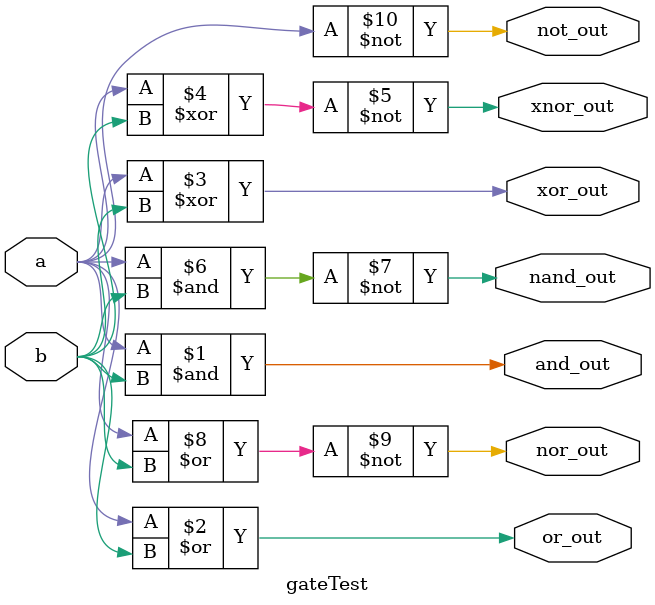
<source format=v>

module gateTest
( input a, b,
  output and_out,or_out,xor_out,not_out,xnor_out,nand_out,nor_out);

assign and_out = a & b,
	or_out = a | b,
	xor_out = a ^ b,
	xnor_out = ~(a ^ b),
	nand_out = ~(a & b),
	nor_out = ~(a | b),
	not_out = ~a;

endmodule

</source>
